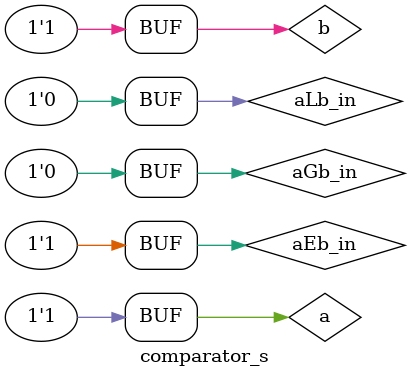
<source format=v>
module comparator(aGb,aEb,aLb,a,b,aGb_in,aEb_in,aLb_in);
input aLb_in,aGb_in,aEb_in,a,b;
output aLb,aGb,aEb;
wire a_bar,b_bar,q,aLbs,aGbs;
nand_not n1(a_bar,a);
nand_not n2(b_bar,b);

nand_and_3in n3(aLbs,a_bar,b,aEb_in);
nand_or n7(aLb,aLbs,aLb_in);

nand_xnor n4(q,a,b);
nand_and n6(aEb,q,aEb_in);

nand_and_3in n5(aGbs,a,b_bar,aEb_in);
nand_or n8(aGb,aGbs,aGb_in);

endmodule
//test
module comparator_s;
reg aLb_in,aGb_in,aEb_in,a,b;
wire aLb,aGb,aEb;
comparator n1(aGb,aEb,aLb,a,b,aGb_in,aEb_in,aLb_in);
initial
	begin	
	aLb_in=0; aGb_in=0; aEb_in=1; #20;
	a=1;b=0; #5;
	a=0; b=1; #5;
	a=1; b=1; #5;
	end
endmodule

</source>
